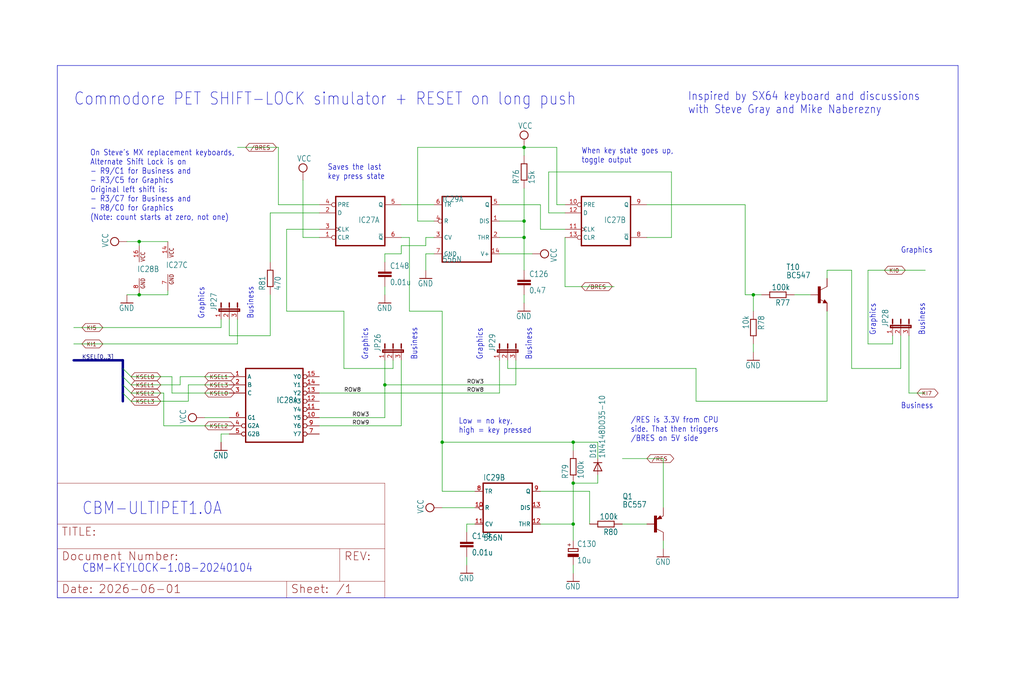
<source format=kicad_sch>
(kicad_sch (version 20230121) (generator eeschema)
  (paper "User" 317.652 210.007)
  (lib_symbols
    (symbol "cbm_ultipet_v1-eagle-import:1N4148DO35-10"
      (property "Reference" "D" (at 2.54 0.4826 0))
      (symbol "1N4148DO35-10_1_0"
        (polyline (pts (xy -1.27 -1.27) (xy 1.27 0)) (stroke (width 0.254)))
        (polyline (pts (xy -1.27 1.27) (xy -1.27 -1.27)) (stroke (width 0.254)))
        (polyline (pts (xy 1.27 0) (xy -1.27 1.27)) (stroke (width 0.254)))
        (polyline (pts (xy 1.27 0) (xy 1.27 -1.27)) (stroke (width 0.254)))
        (polyline (pts (xy 1.27 1.27) (xy 1.27 0)) (stroke (width 0.254)))
        (pin passive line (at -2.54 0 0) (length 2.54) (name "A") (number "A"))
        (pin passive line (at 2.54 0 180) (length 2.54) (name "C") (number "C"))
      )
    )
    (symbol "cbm_ultipet_v1-eagle-import:556N"
      (property "Reference" "IC" (at -7.62 8.382 0))
      (symbol "556N_1_0"
        (polyline (pts (xy -7.62 -10.16) (xy 7.62 -10.16)) (stroke (width 0.4064)))
        (polyline (pts (xy -7.62 10.16) (xy -7.62 -10.16)) (stroke (width 0.4064)))
        (polyline (pts (xy 7.62 -10.16) (xy 7.62 10.16)) (stroke (width 0.4064)))
        (polyline (pts (xy 7.62 10.16) (xy -7.62 10.16)) (stroke (width 0.4064)))
        (pin input line (at 10.16 2.54 180) (length 2.54) (name "DIS") (number "1"))
        (pin power_in line (at 10.16 -7.62 180) (length 2.54) (name "V+") (number "14"))
        (pin input line (at 10.16 -2.54 180) (length 2.54) (name "THR") (number "2"))
        (pin input line (at -10.16 -2.54 0) (length 2.54) (name "CV") (number "3"))
        (pin input inverted (at -10.16 2.54 0) (length 2.54) (name "R") (number "4"))
        (pin output line (at 10.16 7.62 180) (length 2.54) (name "Q") (number "5"))
        (pin input line (at -10.16 7.62 0) (length 2.54) (name "TR") (number "6"))
        (pin power_in line (at -10.16 -7.62 0) (length 2.54) (name "GND") (number "7"))
      )
      (symbol "556N_2_0"
        (polyline (pts (xy -7.62 -7.62) (xy 7.62 -7.62)) (stroke (width 0.4064)))
        (polyline (pts (xy -7.62 7.62) (xy -7.62 -7.62)) (stroke (width 0.4064)))
        (polyline (pts (xy 7.62 -7.62) (xy 7.62 7.62)) (stroke (width 0.4064)))
        (polyline (pts (xy 7.62 7.62) (xy -7.62 7.62)) (stroke (width 0.4064)))
        (pin input inverted (at -10.16 0 0) (length 2.54) (name "R") (number "10"))
        (pin input line (at -10.16 -5.08 0) (length 2.54) (name "CV") (number "11"))
        (pin input line (at 10.16 -5.08 180) (length 2.54) (name "THR") (number "12"))
        (pin input line (at 10.16 0 180) (length 2.54) (name "DIS") (number "13"))
        (pin input line (at -10.16 5.08 0) (length 2.54) (name "TR") (number "8"))
        (pin output line (at 10.16 5.08 180) (length 2.54) (name "Q") (number "9"))
      )
    )
    (symbol "cbm_ultipet_v1-eagle-import:74138N"
      (property "Reference" "IC" (at -0.635 -0.635 0))
      (symbol "74138N_1_0"
        (polyline (pts (xy -10.16 -12.7) (xy 7.62 -12.7)) (stroke (width 0.4064)))
        (polyline (pts (xy -10.16 10.16) (xy -10.16 -12.7)) (stroke (width 0.4064)))
        (polyline (pts (xy 7.62 -12.7) (xy 7.62 10.16)) (stroke (width 0.4064)))
        (polyline (pts (xy 7.62 10.16) (xy -10.16 10.16)) (stroke (width 0.4064)))
        (pin input line (at -15.24 7.62 0) (length 5.08) (name "A") (number "1"))
        (pin output inverted (at 12.7 -5.08 180) (length 5.08) (name "Y5") (number "10"))
        (pin output inverted (at 12.7 -2.54 180) (length 5.08) (name "Y4") (number "11"))
        (pin output inverted (at 12.7 0 180) (length 5.08) (name "Y3") (number "12"))
        (pin output inverted (at 12.7 2.54 180) (length 5.08) (name "Y2") (number "13"))
        (pin output inverted (at 12.7 5.08 180) (length 5.08) (name "Y1") (number "14"))
        (pin output inverted (at 12.7 7.62 180) (length 5.08) (name "Y0") (number "15"))
        (pin input line (at -15.24 5.08 0) (length 5.08) (name "B") (number "2"))
        (pin input line (at -15.24 2.54 0) (length 5.08) (name "C") (number "3"))
        (pin input inverted (at -15.24 -7.62 0) (length 5.08) (name "G2A") (number "4"))
        (pin input inverted (at -15.24 -10.16 0) (length 5.08) (name "G2B") (number "5"))
        (pin input line (at -15.24 -5.08 0) (length 5.08) (name "G1") (number "6"))
        (pin output inverted (at 12.7 -10.16 180) (length 5.08) (name "Y7") (number "7"))
        (pin output inverted (at 12.7 -7.62 180) (length 5.08) (name "Y6") (number "9"))
      )
      (symbol "74138N_2_0"
        (text "GND" (at 1.905 -5.842 900) (effects (font (size 1.27 1.0795)) (justify left bottom)))
        (text "VCC" (at 1.905 2.54 900) (effects (font (size 1.27 1.0795)) (justify left bottom)))
        (pin power_in line (at 0 7.62 270) (length 5.08) (name "VCC") (number "16"))
        (pin power_in line (at 0 -7.62 90) (length 5.08) (name "GND") (number "8"))
      )
    )
    (symbol "cbm_ultipet_v1-eagle-import:7474N"
      (property "Reference" "IC" (at -0.635 -0.635 0))
      (symbol "7474N_1_0"
        (polyline (pts (xy -7.62 -7.62) (xy 7.62 -7.62)) (stroke (width 0.4064)))
        (polyline (pts (xy -7.62 7.62) (xy -7.62 -7.62)) (stroke (width 0.4064)))
        (polyline (pts (xy 7.62 -7.62) (xy 7.62 7.62)) (stroke (width 0.4064)))
        (polyline (pts (xy 7.62 7.62) (xy -7.62 7.62)) (stroke (width 0.4064)))
        (pin input inverted (at -12.7 -5.08 0) (length 5.08) (name "CLR") (number "1"))
        (pin input line (at -12.7 2.54 0) (length 5.08) (name "D") (number "2"))
        (pin input clock (at -12.7 -2.54 0) (length 5.08) (name "CLK") (number "3"))
        (pin input inverted (at -12.7 5.08 0) (length 5.08) (name "PRE") (number "4"))
        (pin output line (at 12.7 5.08 180) (length 5.08) (name "Q") (number "5"))
        (pin output line (at 12.7 -5.08 180) (length 5.08) (name "~{Q}") (number "6"))
      )
      (symbol "7474N_2_0"
        (polyline (pts (xy -7.62 -7.62) (xy 7.62 -7.62)) (stroke (width 0.4064)))
        (polyline (pts (xy -7.62 7.62) (xy -7.62 -7.62)) (stroke (width 0.4064)))
        (polyline (pts (xy 7.62 -7.62) (xy 7.62 7.62)) (stroke (width 0.4064)))
        (polyline (pts (xy 7.62 7.62) (xy -7.62 7.62)) (stroke (width 0.4064)))
        (pin input inverted (at -12.7 5.08 0) (length 5.08) (name "PRE") (number "10"))
        (pin input clock (at -12.7 -2.54 0) (length 5.08) (name "CLK") (number "11"))
        (pin input line (at -12.7 2.54 0) (length 5.08) (name "D") (number "12"))
        (pin input inverted (at -12.7 -5.08 0) (length 5.08) (name "CLR") (number "13"))
        (pin output line (at 12.7 -5.08 180) (length 5.08) (name "~{Q}") (number "8"))
        (pin output line (at 12.7 5.08 180) (length 5.08) (name "Q") (number "9"))
      )
      (symbol "7474N_3_0"
        (text "GND" (at 1.905 -5.842 900) (effects (font (size 1.27 1.0795)) (justify left bottom)))
        (text "VCC" (at 1.905 2.54 900) (effects (font (size 1.27 1.0795)) (justify left bottom)))
        (pin power_in line (at 0 7.62 270) (length 5.08) (name "VCC") (number "14"))
        (pin power_in line (at 0 -7.62 90) (length 5.08) (name "GND") (number "7"))
      )
    )
    (symbol "cbm_ultipet_v1-eagle-import:BC547"
      (property "Reference" "T" (at -10.16 7.62 0))
      (symbol "BC547_1_0"
        (rectangle (start -0.254 -2.54) (end 0.508 2.54) (fill (type outline)))
        (polyline (pts (xy 1.27 -2.54) (xy 1.778 -1.524)) (stroke (width 0.1524)))
        (polyline (pts (xy 1.524 -2.413) (xy 2.286 -2.413)) (stroke (width 0.254)))
        (polyline (pts (xy 1.524 -2.286) (xy 1.905 -2.286)) (stroke (width 0.254)))
        (polyline (pts (xy 1.54 -2.04) (xy 0.308 -1.424)) (stroke (width 0.1524)))
        (polyline (pts (xy 1.778 -1.778) (xy 1.524 -2.286)) (stroke (width 0.254)))
        (polyline (pts (xy 1.778 -1.524) (xy 2.54 -2.54)) (stroke (width 0.1524)))
        (polyline (pts (xy 1.905 -2.286) (xy 1.778 -2.032)) (stroke (width 0.254)))
        (polyline (pts (xy 2.286 -2.413) (xy 1.778 -1.778)) (stroke (width 0.254)))
        (polyline (pts (xy 2.54 -2.54) (xy 1.27 -2.54)) (stroke (width 0.1524)))
        (polyline (pts (xy 2.54 2.54) (xy 0.508 1.524)) (stroke (width 0.1524)))
        (pin passive line (at 2.54 -5.08 90) (length 2.54) (name "E") (number "1"))
        (pin passive line (at -2.54 0 0) (length 2.54) (name "B") (number "2"))
        (pin passive line (at 2.54 5.08 270) (length 2.54) (name "C") (number "3"))
      )
    )
    (symbol "cbm_ultipet_v1-eagle-import:BC557"
      (property "Reference" "Q" (at -10.16 7.62 0))
      (symbol "BC557_1_0"
        (rectangle (start -0.254 -2.54) (end 0.508 2.54) (fill (type outline)))
        (polyline (pts (xy 0.516 1.478) (xy 2.086 1.678)) (stroke (width 0.1524)))
        (polyline (pts (xy 0.762 1.651) (xy 1.778 1.778)) (stroke (width 0.254)))
        (polyline (pts (xy 1.143 1.905) (xy 1.524 1.905)) (stroke (width 0.254)))
        (polyline (pts (xy 1.524 2.159) (xy 1.143 1.905)) (stroke (width 0.254)))
        (polyline (pts (xy 1.524 2.413) (xy 0.762 1.651)) (stroke (width 0.254)))
        (polyline (pts (xy 1.578 2.594) (xy 0.516 1.478)) (stroke (width 0.1524)))
        (polyline (pts (xy 1.778 1.778) (xy 1.524 2.159)) (stroke (width 0.254)))
        (polyline (pts (xy 1.905 1.778) (xy 1.524 2.413)) (stroke (width 0.254)))
        (polyline (pts (xy 2.086 1.678) (xy 1.578 2.594)) (stroke (width 0.1524)))
        (polyline (pts (xy 2.54 -2.54) (xy 0.508 -1.524)) (stroke (width 0.1524)))
        (polyline (pts (xy 2.54 2.54) (xy 1.808 2.124)) (stroke (width 0.1524)))
        (pin passive line (at 2.54 5.08 270) (length 2.54) (name "E") (number "1"))
        (pin passive line (at -2.54 0 0) (length 2.54) (name "B") (number "2"))
        (pin passive line (at 2.54 -5.08 90) (length 2.54) (name "C") (number "3"))
      )
    )
    (symbol "cbm_ultipet_v1-eagle-import:C-EU025-024X044"
      (property "Reference" "C" (at 1.524 0.381 0))
      (symbol "C-EU025-024X044_1_0"
        (rectangle (start -2.032 -2.032) (end 2.032 -1.524) (fill (type outline)))
        (rectangle (start -2.032 -1.016) (end 2.032 -0.508) (fill (type outline)))
        (polyline (pts (xy 0 -2.54) (xy 0 -2.032)) (stroke (width 0.1524)))
        (polyline (pts (xy 0 0) (xy 0 -0.508)) (stroke (width 0.1524)))
        (pin passive line (at 0 2.54 270) (length 2.54) (name "1") (number "1"))
        (pin passive line (at 0 -5.08 90) (length 2.54) (name "2") (number "2"))
      )
    )
    (symbol "cbm_ultipet_v1-eagle-import:C-EU025-025X050"
      (property "Reference" "C" (at 1.524 0.381 0))
      (symbol "C-EU025-025X050_1_0"
        (rectangle (start -2.032 -2.032) (end 2.032 -1.524) (fill (type outline)))
        (rectangle (start -2.032 -1.016) (end 2.032 -0.508) (fill (type outline)))
        (polyline (pts (xy 0 -2.54) (xy 0 -2.032)) (stroke (width 0.1524)))
        (polyline (pts (xy 0 0) (xy 0 -0.508)) (stroke (width 0.1524)))
        (pin passive line (at 0 2.54 270) (length 2.54) (name "1") (number "1"))
        (pin passive line (at 0 -5.08 90) (length 2.54) (name "2") (number "2"))
      )
    )
    (symbol "cbm_ultipet_v1-eagle-import:CPOL-EUE2-4"
      (property "Reference" "C" (at 1.143 0.4826 0))
      (symbol "CPOL-EUE2-4_1_0"
        (rectangle (start -1.651 -2.54) (end 1.651 -1.651) (fill (type outline)))
        (polyline (pts (xy -1.524 -0.889) (xy 1.524 -0.889)) (stroke (width 0.254)))
        (polyline (pts (xy -1.524 0) (xy -1.524 -0.889)) (stroke (width 0.254)))
        (polyline (pts (xy -1.524 0) (xy 1.524 0)) (stroke (width 0.254)))
        (polyline (pts (xy 1.524 -0.889) (xy 1.524 0)) (stroke (width 0.254)))
        (text "+" (at -0.5842 0.4064 900) (effects (font (size 1.27 1.0795)) (justify left bottom)))
        (pin passive line (at 0 2.54 270) (length 2.54) (name "+") (number "+"))
        (pin passive line (at 0 -5.08 90) (length 2.54) (name "-") (number "-"))
      )
    )
    (symbol "cbm_ultipet_v1-eagle-import:DOCFIELD"
      (symbol "DOCFIELD_1_0"
        (polyline (pts (xy 0 0) (xy 0 5.08)) (stroke (width 0.1016)))
        (polyline (pts (xy 0 0) (xy 71.12 0)) (stroke (width 0.1016)))
        (polyline (pts (xy 0 5.08) (xy 0 15.24)) (stroke (width 0.1016)))
        (polyline (pts (xy 0 5.08) (xy 71.12 5.08)) (stroke (width 0.1016)))
        (polyline (pts (xy 0 15.24) (xy 0 22.86)) (stroke (width 0.1016)))
        (polyline (pts (xy 0 22.86) (xy 0 35.56)) (stroke (width 0.1016)))
        (polyline (pts (xy 0 22.86) (xy 101.6 22.86)) (stroke (width 0.1016)))
        (polyline (pts (xy 71.12 0) (xy 101.6 0)) (stroke (width 0.1016)))
        (polyline (pts (xy 71.12 5.08) (xy 71.12 0)) (stroke (width 0.1016)))
        (polyline (pts (xy 71.12 5.08) (xy 87.63 5.08)) (stroke (width 0.1016)))
        (polyline (pts (xy 87.63 5.08) (xy 101.6 5.08)) (stroke (width 0.1016)))
        (polyline (pts (xy 87.63 15.24) (xy 0 15.24)) (stroke (width 0.1016)))
        (polyline (pts (xy 87.63 15.24) (xy 87.63 5.08)) (stroke (width 0.1016)))
        (polyline (pts (xy 101.6 5.08) (xy 101.6 0)) (stroke (width 0.1016)))
        (polyline (pts (xy 101.6 15.24) (xy 87.63 15.24)) (stroke (width 0.1016)))
        (polyline (pts (xy 101.6 15.24) (xy 101.6 5.08)) (stroke (width 0.1016)))
        (polyline (pts (xy 101.6 22.86) (xy 101.6 15.24)) (stroke (width 0.1016)))
        (polyline (pts (xy 101.6 35.56) (xy 0 35.56)) (stroke (width 0.1016)))
        (polyline (pts (xy 101.6 35.56) (xy 101.6 22.86)) (stroke (width 0.1016)))
        (text "${#}/${##}" (at 86.36 1.27 0) (effects (font (size 2.54 2.54)) (justify left bottom)))
        (text "${CURRENT_DATE}" (at 12.7 1.27 0) (effects (font (size 2.54 2.54)) (justify left bottom)))
        (text "${PROJECTNAME}" (at 17.78 19.05 0) (effects (font (size 2.54 2.54)) (justify left bottom)))
        (text "Date:" (at 1.27 1.27 0) (effects (font (size 2.54 2.54)) (justify left bottom)))
        (text "Document Number:" (at 1.27 11.43 0) (effects (font (size 2.54 2.54)) (justify left bottom)))
        (text "REV:" (at 88.9 11.43 0) (effects (font (size 2.54 2.54)) (justify left bottom)))
        (text "Sheet:" (at 72.39 1.27 0) (effects (font (size 2.54 2.54)) (justify left bottom)))
        (text "TITLE:" (at 1.27 19.05 0) (effects (font (size 2.54 2.54)) (justify left bottom)))
      )
    )
    (symbol "cbm_ultipet_v1-eagle-import:GND" (power)
      (property "Value" "GND" (at -2.54 -2.54 0))
      (symbol "GND_1_0"
        (polyline (pts (xy -1.905 0) (xy 1.905 0)) (stroke (width 0.254)))
        (pin power_in line (at 0 2.54 270) (length 2.54) (name "GND") (number "1"))
      )
    )
    (symbol "cbm_ultipet_v1-eagle-import:JP2E"
      (property "Reference" "JP" (at -3.81 0 90))
      (symbol "JP2E_1_0"
        (polyline (pts (xy -3.175 0) (xy 3.175 0)) (stroke (width 0.4064)))
        (polyline (pts (xy -3.175 0.635) (xy -3.175 0)) (stroke (width 0.4064)))
        (polyline (pts (xy -2.54 0) (xy -2.54 1.27)) (stroke (width 0.1524)))
        (polyline (pts (xy -2.54 2.54) (xy -2.54 1.27)) (stroke (width 0.4064)))
        (polyline (pts (xy 0 0) (xy 0 1.27)) (stroke (width 0.1524)))
        (polyline (pts (xy 0 2.54) (xy 0 1.27)) (stroke (width 0.4064)))
        (polyline (pts (xy 2.54 0) (xy 2.54 1.27)) (stroke (width 0.1524)))
        (polyline (pts (xy 2.54 2.54) (xy 2.54 1.27)) (stroke (width 0.4064)))
        (polyline (pts (xy 3.175 0) (xy 3.175 0.635)) (stroke (width 0.4064)))
        (polyline (pts (xy 3.175 0.635) (xy -3.175 0.635)) (stroke (width 0.4064)))
        (pin passive line (at -2.54 -2.54 90) (length 2.54) (name "1") (number "1"))
        (pin passive line (at 0 -2.54 90) (length 2.54) (name "2") (number "2"))
        (pin passive line (at 2.54 -2.54 90) (length 2.54) (name "3") (number "3"))
      )
    )
    (symbol "cbm_ultipet_v1-eagle-import:R-EU_0207/7"
      (property "Reference" "R" (at -3.81 1.4986 0))
      (symbol "R-EU_0207/7_1_0"
        (polyline (pts (xy -2.54 -0.889) (xy -2.54 0.889)) (stroke (width 0.254)))
        (polyline (pts (xy -2.54 -0.889) (xy 2.54 -0.889)) (stroke (width 0.254)))
        (polyline (pts (xy 2.54 -0.889) (xy 2.54 0.889)) (stroke (width 0.254)))
        (polyline (pts (xy 2.54 0.889) (xy -2.54 0.889)) (stroke (width 0.254)))
        (pin passive line (at -5.08 0 0) (length 2.54) (name "1") (number "1"))
        (pin passive line (at 5.08 0 180) (length 2.54) (name "2") (number "2"))
      )
    )
    (symbol "cbm_ultipet_v1-eagle-import:VCC" (power)
      (property "Value" "VCC" (at -1.905 3.175 0))
      (symbol "VCC_1_0"
        (circle (center 0 1.27) (radius 1.27) (stroke (width 0.254)))
        (pin power_in line (at 0 -2.54 90) (length 2.54) (name "VCC") (number "1"))
      )
    )
  )
  (junction (at 43.18 91.44))
  (junction (at 177.8 137.16))
  (junction (at 162.56 73.66))
  (junction (at 233.68 91.44))
  (junction (at 162.56 68.58))
  (junction (at 162.56 45.72))
  (junction (at 137.16 137.16))
  (junction (at 177.8 149.86))
  (junction (at 177.8 162.56))
  (junction (at 119.38 119.38))
  (junction (at 43.18 74.93))
  (bus_entry (at 40.64 116.84) (size -2.54 -2.54))
  (bus_entry (at 40.64 119.38) (size -2.54 -2.54))
  (bus_entry (at 40.64 124.46) (size -2.54 -2.54))
  (bus_entry (at 40.64 121.92) (size -2.54 -2.54))
  (wire (pts (xy 127 73.66) (xy 127 96.52)) (stroke (width 0.1524)))
  (wire (pts (xy 175.26 73.66) (xy 175.26 88.9)) (stroke (width 0.1524)))
  (wire (pts (xy 205.74 157.48) (xy 205.74 142.24)) (stroke (width 0.1524)))
  (wire (pts (xy 208.28 53.34) (xy 170.18 53.34)) (stroke (width 0.1524)))
  (polyline (pts (xy 17.78 185.42) (xy 297.18 185.42)) (stroke (width 0.1524) (type solid)))
  (polyline (pts (xy 17.78 20.32) (xy 17.78 185.42)) (stroke (width 0.1524) (type solid)))
  (wire (pts (xy 121.92 114.3) (xy 106.68 114.3)) (stroke (width 0.1524)))
  (wire (pts (xy 162.56 73.66) (xy 162.56 83.82)) (stroke (width 0.1524)))
  (wire (pts (xy 167.64 162.56) (xy 177.8 162.56)) (stroke (width 0.1524)))
  (wire (pts (xy 137.16 96.52) (xy 137.16 137.16)) (stroke (width 0.1524)))
  (wire (pts (xy 162.56 68.58) (xy 162.56 73.66)) (stroke (width 0.1524)))
  (wire (pts (xy 236.22 91.44) (xy 233.68 91.44)) (stroke (width 0.1524)))
  (wire (pts (xy 53.34 116.84) (xy 40.64 116.84)) (stroke (width 0.1524)))
  (wire (pts (xy 71.12 99.06) (xy 71.12 104.14)) (stroke (width 0.1524)))
  (wire (pts (xy 99.06 63.5) (xy 86.36 63.5)) (stroke (width 0.1524)))
  (wire (pts (xy 83.82 66.04) (xy 99.06 66.04)) (stroke (width 0.1524)))
  (wire (pts (xy 71.12 134.62) (xy 68.58 134.62)) (stroke (width 0.1524)))
  (wire (pts (xy 200.66 63.5) (xy 231.14 63.5)) (stroke (width 0.1524)))
  (wire (pts (xy 55.88 116.84) (xy 71.12 116.84)) (stroke (width 0.1524)))
  (wire (pts (xy 99.06 73.66) (xy 93.98 73.66)) (stroke (width 0.1524)))
  (bus (pts (xy 38.1 119.38) (xy 38.1 121.92)) (stroke (width 0.762)))
  (wire (pts (xy 124.46 78.74) (xy 119.38 78.74)) (stroke (width 0.1524)))
  (wire (pts (xy 256.54 124.46) (xy 256.54 96.52)) (stroke (width 0.1524)))
  (wire (pts (xy 39.37 74.93) (xy 43.18 74.93)))
  (wire (pts (xy 233.68 91.44) (xy 231.14 91.44)) (stroke (width 0.1524)))
  (wire (pts (xy 246.38 91.44) (xy 251.46 91.44)) (stroke (width 0.1524)))
  (wire (pts (xy 276.86 106.68) (xy 269.24 106.68)) (stroke (width 0.1524)))
  (wire (pts (xy 154.94 78.74) (xy 165.1 78.74)) (stroke (width 0.1524)))
  (wire (pts (xy 154.94 63.5) (xy 167.64 63.5)) (stroke (width 0.1524)))
  (wire (pts (xy 172.72 45.72) (xy 172.72 63.5)) (stroke (width 0.1524)))
  (wire (pts (xy 162.56 45.72) (xy 162.56 48.26)) (stroke (width 0.1524)))
  (wire (pts (xy 137.16 137.16) (xy 177.8 137.16)) (stroke (width 0.1524)))
  (wire (pts (xy 137.16 157.48) (xy 147.32 157.48)) (stroke (width 0.1524)))
  (wire (pts (xy 88.9 71.12) (xy 99.06 71.12)) (stroke (width 0.1524)))
  (wire (pts (xy 132.08 73.66) (xy 132.08 76.2)) (stroke (width 0.1524)))
  (wire (pts (xy 170.18 53.34) (xy 170.18 66.04)) (stroke (width 0.1524)))
  (wire (pts (xy 137.16 137.16) (xy 137.16 152.4)) (stroke (width 0.1524)))
  (wire (pts (xy 147.32 162.56) (xy 144.78 162.56)) (stroke (width 0.1524)))
  (wire (pts (xy 68.58 101.6) (xy 68.58 99.06)) (stroke (width 0.1524)))
  (wire (pts (xy 144.78 175.26) (xy 144.78 172.72)) (stroke (width 0.1524)))
  (wire (pts (xy 132.08 78.74) (xy 132.08 83.82)) (stroke (width 0.1524)))
  (wire (pts (xy 119.38 88.9) (xy 119.38 91.44)) (stroke (width 0.1524)))
  (wire (pts (xy 63.5 129.54) (xy 71.12 129.54)) (stroke (width 0.1524)))
  (wire (pts (xy 86.36 63.5) (xy 86.36 45.72)) (stroke (width 0.1524)))
  (wire (pts (xy 177.8 167.64) (xy 177.8 162.56)) (stroke (width 0.1524)))
  (wire (pts (xy 200.66 73.66) (xy 208.28 73.66)) (stroke (width 0.1524)))
  (wire (pts (xy 68.58 134.62) (xy 68.58 137.16)) (stroke (width 0.1524)))
  (wire (pts (xy 52.07 91.44) (xy 52.07 90.17)))
  (wire (pts (xy 71.12 121.92) (xy 53.34 121.92)) (stroke (width 0.1524)))
  (bus (pts (xy 38.1 121.92) (xy 38.1 124.46)) (stroke (width 0.762)))
  (wire (pts (xy 55.88 119.38) (xy 40.64 119.38)) (stroke (width 0.1524)))
  (wire (pts (xy 124.46 132.08) (xy 124.46 111.76)) (stroke (width 0.1524)))
  (wire (pts (xy 127 96.52) (xy 137.16 96.52)) (stroke (width 0.1524)))
  (wire (pts (xy 22.86 101.6) (xy 68.58 101.6)) (stroke (width 0.1524)))
  (wire (pts (xy 256.54 86.36) (xy 256.54 83.82)) (stroke (width 0.1524)))
  (wire (pts (xy 162.56 45.72) (xy 172.72 45.72)) (stroke (width 0.1524)))
  (wire (pts (xy 162.56 58.42) (xy 162.56 68.58)) (stroke (width 0.1524)))
  (wire (pts (xy 121.92 111.76) (xy 121.92 114.3)) (stroke (width 0.1524)))
  (wire (pts (xy 281.94 121.92) (xy 287.02 121.92)) (stroke (width 0.1524)))
  (polyline (pts (xy 297.18 185.42) (xy 297.18 20.32)) (stroke (width 0.1524) (type solid)))
  (wire (pts (xy 129.54 68.58) (xy 129.54 45.72)) (stroke (width 0.1524)))
  (bus (pts (xy 38.1 111.76) (xy 38.1 114.3)) (stroke (width 0.762)))
  (wire (pts (xy 144.78 162.56) (xy 144.78 165.1)) (stroke (width 0.1524)))
  (wire (pts (xy 106.68 114.3) (xy 106.68 96.52)) (stroke (width 0.1524)))
  (wire (pts (xy 106.68 96.52) (xy 88.9 96.52)) (stroke (width 0.1524)))
  (wire (pts (xy 119.38 78.74) (xy 119.38 81.28)) (stroke (width 0.1524)))
  (wire (pts (xy 231.14 91.44) (xy 231.14 63.5)) (stroke (width 0.1524)))
  (wire (pts (xy 276.86 104.14) (xy 276.86 106.68)) (stroke (width 0.1524)))
  (bus (pts (xy 38.1 116.84) (xy 38.1 119.38)) (stroke (width 0.762)))
  (wire (pts (xy 157.48 111.76) (xy 157.48 114.3)) (stroke (width 0.1524)))
  (wire (pts (xy 264.16 114.3) (xy 279.4 114.3)) (stroke (width 0.1524)))
  (wire (pts (xy 22.86 106.68) (xy 73.66 106.68)) (stroke (width 0.1524)))
  (wire (pts (xy 167.64 63.5) (xy 167.64 71.12)) (stroke (width 0.1524)))
  (wire (pts (xy 124.46 63.5) (xy 134.62 63.5)) (stroke (width 0.1524)))
  (bus (pts (xy 22.86 111.76) (xy 38.1 111.76)) (stroke (width 0.762)))
  (wire (pts (xy 119.38 119.38) (xy 160.02 119.38)) (stroke (width 0.1524)))
  (wire (pts (xy 73.66 106.68) (xy 73.66 99.06)) (stroke (width 0.1524)))
  (wire (pts (xy 58.42 124.46) (xy 58.42 119.38)) (stroke (width 0.1524)))
  (wire (pts (xy 134.62 73.66) (xy 132.08 73.66)) (stroke (width 0.1524)))
  (wire (pts (xy 99.06 132.08) (xy 124.46 132.08)) (stroke (width 0.1524)))
  (wire (pts (xy 43.18 91.44) (xy 52.07 91.44)))
  (wire (pts (xy 177.8 137.16) (xy 177.8 139.7)) (stroke (width 0.1524)))
  (wire (pts (xy 269.24 83.82) (xy 287.02 83.82)) (stroke (width 0.1524)))
  (bus (pts (xy 38.1 114.3) (xy 38.1 116.84)) (stroke (width 0.762)))
  (wire (pts (xy 99.06 129.54) (xy 119.38 129.54)) (stroke (width 0.1524)))
  (wire (pts (xy 233.68 106.68) (xy 233.68 109.22)) (stroke (width 0.1524)))
  (wire (pts (xy 58.42 119.38) (xy 71.12 119.38)) (stroke (width 0.1524)))
  (wire (pts (xy 58.42 124.46) (xy 40.64 124.46)) (stroke (width 0.1524)))
  (wire (pts (xy 132.08 76.2) (xy 124.46 76.2)) (stroke (width 0.1524)))
  (wire (pts (xy 157.48 114.3) (xy 215.9 114.3)) (stroke (width 0.1524)))
  (wire (pts (xy 55.88 119.38) (xy 55.88 116.84)) (stroke (width 0.1524)))
  (wire (pts (xy 50.8 121.92) (xy 50.8 132.08)) (stroke (width 0.1524)))
  (wire (pts (xy 160.02 119.38) (xy 160.02 111.76)) (stroke (width 0.1524)))
  (wire (pts (xy 177.8 177.8) (xy 177.8 175.26)) (stroke (width 0.1524)))
  (wire (pts (xy 269.24 106.68) (xy 269.24 83.82)) (stroke (width 0.1524)))
  (wire (pts (xy 119.38 119.38) (xy 119.38 111.76)) (stroke (width 0.1524)))
  (wire (pts (xy 83.82 104.14) (xy 83.82 91.44)) (stroke (width 0.1524)))
  (wire (pts (xy 39.37 91.44) (xy 43.18 91.44)))
  (wire (pts (xy 172.72 63.5) (xy 175.26 63.5)) (stroke (width 0.1524)))
  (wire (pts (xy 43.18 74.93) (xy 43.18 76.2)))
  (wire (pts (xy 215.9 124.46) (xy 256.54 124.46)) (stroke (width 0.1524)))
  (wire (pts (xy 279.4 114.3) (xy 279.4 104.14)) (stroke (width 0.1524)))
  (wire (pts (xy 134.62 68.58) (xy 129.54 68.58)) (stroke (width 0.1524)))
  (wire (pts (xy 162.56 91.44) (xy 162.56 93.98)) (stroke (width 0.1524)))
  (wire (pts (xy 256.54 83.82) (xy 264.16 83.82)) (stroke (width 0.1524)))
  (wire (pts (xy 233.68 91.44) (xy 233.68 96.52)) (stroke (width 0.1524)))
  (polyline (pts (xy 297.18 20.32) (xy 17.78 20.32)) (stroke (width 0.1524) (type solid)))
  (wire (pts (xy 83.82 81.28) (xy 83.82 66.04)) (stroke (width 0.1524)))
  (wire (pts (xy 205.74 142.24) (xy 193.04 142.24)) (stroke (width 0.1524)))
  (wire (pts (xy 167.64 71.12) (xy 175.26 71.12)) (stroke (width 0.1524)))
  (wire (pts (xy 86.36 45.72) (xy 73.66 45.72)) (stroke (width 0.1524)))
  (wire (pts (xy 177.8 137.16) (xy 185.42 137.16)) (stroke (width 0.1524)))
  (wire (pts (xy 154.94 121.92) (xy 154.94 111.76)) (stroke (width 0.1524)))
  (wire (pts (xy 193.04 162.56) (xy 200.66 162.56)) (stroke (width 0.1524)))
  (wire (pts (xy 134.62 78.74) (xy 132.08 78.74)) (stroke (width 0.1524)))
  (wire (pts (xy 185.42 137.16) (xy 185.42 142.24)) (stroke (width 0.1524)))
  (wire (pts (xy 43.18 74.93) (xy 52.07 74.93)))
  (wire (pts (xy 264.16 83.82) (xy 264.16 114.3)) (stroke (width 0.1524)))
  (wire (pts (xy 170.18 66.04) (xy 175.26 66.04)) (stroke (width 0.1524)))
  (wire (pts (xy 182.88 152.4) (xy 182.88 162.56)) (stroke (width 0.1524)))
  (wire (pts (xy 215.9 114.3) (xy 215.9 124.46)) (stroke (width 0.1524)))
  (wire (pts (xy 147.32 152.4) (xy 137.16 152.4)) (stroke (width 0.1524)))
  (wire (pts (xy 124.46 73.66) (xy 127 73.66)) (stroke (width 0.1524)))
  (wire (pts (xy 129.54 45.72) (xy 162.56 45.72)) (stroke (width 0.1524)))
  (wire (pts (xy 50.8 132.08) (xy 71.12 132.08)) (stroke (width 0.1524)))
  (wire (pts (xy 177.8 162.56) (xy 177.8 149.86)) (stroke (width 0.1524)))
  (wire (pts (xy 167.64 152.4) (xy 182.88 152.4)) (stroke (width 0.1524)))
  (wire (pts (xy 205.74 170.18) (xy 205.74 167.64)) (stroke (width 0.1524)))
  (wire (pts (xy 50.8 121.92) (xy 40.64 121.92)) (stroke (width 0.1524)))
  (wire (pts (xy 154.94 68.58) (xy 162.56 68.58)) (stroke (width 0.1524)))
  (wire (pts (xy 281.94 104.14) (xy 281.94 121.92)) (stroke (width 0.1524)))
  (wire (pts (xy 185.42 149.86) (xy 185.42 147.32)) (stroke (width 0.1524)))
  (wire (pts (xy 93.98 73.66) (xy 93.98 55.88)) (stroke (width 0.1524)))
  (wire (pts (xy 53.34 116.84) (xy 53.34 121.92)) (stroke (width 0.1524)))
  (wire (pts (xy 162.56 73.66) (xy 154.94 73.66)) (stroke (width 0.1524)))
  (wire (pts (xy 124.46 76.2) (xy 124.46 78.74)) (stroke (width 0.1524)))
  (wire (pts (xy 208.28 73.66) (xy 208.28 53.34)) (stroke (width 0.1524)))
  (wire (pts (xy 175.26 88.9) (xy 190.5 88.9)) (stroke (width 0.1524)))
  (wire (pts (xy 71.12 104.14) (xy 83.82 104.14)) (stroke (width 0.1524)))
  (wire (pts (xy 119.38 129.54) (xy 119.38 119.38)) (stroke (width 0.1524)))
  (wire (pts (xy 88.9 96.52) (xy 88.9 71.12)) (stroke (width 0.1524)))
  (wire (pts (xy 177.8 149.86) (xy 185.42 149.86)) (stroke (width 0.1524)))
  (wire (pts (xy 99.06 121.92) (xy 154.94 121.92)) (stroke (width 0.1524)))
  (text "Commodore PET SHIFT-LOCK simulator + RESET on long push" (at 22.86 33.02 0) (effects (font (size 3.81 3.2385)) (justify left bottom)))
  (text "CBM-ULTIPET1.0A" (at 25.4 160.02 0) (effects (font (size 3.81 3.2385)) (justify left bottom)))
  (text "Business" (at 78.74 99.06 90) (effects (font (size 1.778 1.5113)) (justify left bottom)))
  (text "Business" (at 129.54 111.76 90) (effects (font (size 1.778 1.5113)) (justify left bottom)))
  (text "Business" (at 165.1 111.76 90) (effects (font (size 1.778 1.5113)) (justify left bottom)))
  (text "Low = no key,\nhigh = key pressed" (at 142.24 134.62 0) (effects (font (size 1.778 1.5113)) (justify left bottom)))
  (text "Business" (at 287.02 104.14 90) (effects (font (size 1.778 1.5113)) (justify left bottom)))
  (text "Graphics" (at 271.78 104.14 90) (effects (font (size 1.778 1.5113)) (justify left bottom)))
  (text "/RES is 3.3V from CPU\nside. That then triggers\n/BRES on 5V side" (at 195.58 137.16 0) (effects (font (size 1.778 1.5113)) (justify left bottom)))
  (text "CBM-KEYLOCK-1.0B-20240104" (at 25.4 177.8 0) (effects (font (size 2.54 2.159)) (justify left bottom)))
  (text "Saves the last\nkey press state" (at 101.6 55.88 0) (effects (font (size 1.778 1.5113)) (justify left bottom)))
  (text "Graphics" (at 63.5 99.06 90) (effects (font (size 1.778 1.5113)) (justify left bottom)))
  (text "Graphics" (at 149.86 111.76 90) (effects (font (size 1.778 1.5113)) (justify left bottom)))
  (text "When key state goes up,\ntoggle output" (at 180.34 50.8 0) (effects (font (size 1.778 1.5113)) (justify left bottom)))
  (text "Inspired by SX64 keyboard and discussions\nwith Steve Gray and Mike Naberezny" (at 213.36 35.56 0) (effects (font (size 2.54 2.159)) (justify left bottom)))
  (text "Graphics" (at 279.4 78.74 0) (effects (font (size 1.778 1.5113)) (justify left bottom)))
  (text "On Steve's MX replacement keyboards,\nAlternate Shift Lock is on\n- R9/C1 for Business and\n- R3/C5 for Graphics\nOriginal left shift is:\n- R3/C7 for Business and\n- R8/C0 for Graphics\n(Note: count starts at zero, not one)" (at 27.94 68.58 0) (effects (font (size 1.778 1.5113)) (justify left bottom)))
  (text "Graphics" (at 114.3 111.76 90) (effects (font (size 1.778 1.5113)) (justify left bottom)))
  (text "Business" (at 279.4 127 0) (effects (font (size 1.778 1.5113)) (justify left bottom)))
  (label "ROW3" (at 144.78 119.38 0) (effects (font (size 1.2446 1.2446))))
  (label "ROW8" (at 106.68 121.92 0) (effects (font (size 1.2446 1.2446))))
  (label "ROW9" (at 109.22 132.08 0) (effects (font (size 1.2446 1.2446))))
  (label "ROW8" (at 144.78 121.92 0) (effects (font (size 1.2446 1.2446))))
  (label "ROW3" (at 109.22 129.54 0) (effects (font (size 1.2446 1.2446))))
  (label "KSEL[0..3]" (at 25.4 111.76 0) (effects (font (size 1.2446 1.2446))))
  (global_label "/RES" (shape bidirectional) (at 200.66 142.24 0) (effects (font (size 1.2446 1.2446))) (property "Intersheetrefs" "${INTERSHEET_REFS}" (effects hide)))
  (global_label "/BRES" (shape bidirectional) (at 76.2 45.72 0) (effects (font (size 1.2446 1.2446))) (property "Intersheetrefs" "${INTERSHEET_REFS}" (effects hide)))
  (global_label "KSEL1" (shape bidirectional) (at 63.5 116.84 0) (effects (font (size 1.2446 1.2446))) (property "Intersheetrefs" "${INTERSHEET_REFS}" (effects hide)))
  (global_label "KSEL0" (shape bidirectional) (at 40.64 116.84 0) (effects (font (size 1.2446 1.2446))) (property "Intersheetrefs" "${INTERSHEET_REFS}" (effects hide)))
  (global_label "KSEL3" (shape bidirectional) (at 63.5 119.38 0) (effects (font (size 1.2446 1.2446))) (property "Intersheetrefs" "${INTERSHEET_REFS}" (effects hide)))
  (global_label "KSEL1" (shape bidirectional) (at 40.64 119.38 0) (effects (font (size 1.2446 1.2446))) (property "Intersheetrefs" "${INTERSHEET_REFS}" (effects hide)))
  (global_label "KSEL0" (shape bidirectional) (at 63.5 121.92 0) (effects (font (size 1.2446 1.2446))) (property "Intersheetrefs" "${INTERSHEET_REFS}" (effects hide)))
  (global_label "KI7" (shape bidirectional) (at 284.48 121.92 0) (effects (font (size 1.2446 1.2446))) (property "Intersheetrefs" "${INTERSHEET_REFS}" (effects hide)))
  (global_label "KSEL3" (shape bidirectional) (at 40.64 124.46 0) (effects (font (size 1.2446 1.2446))) (property "Intersheetrefs" "${INTERSHEET_REFS}" (effects hide)))
  (global_label "KSEL2" (shape bidirectional) (at 63.5 132.08 0) (effects (font (size 1.2446 1.2446))) (property "Intersheetrefs" "${INTERSHEET_REFS}" (effects hide)))
  (global_label "KI5" (shape bidirectional) (at 25.4 101.6 0) (effects (font (size 1.2446 1.2446))) (property "Intersheetrefs" "${INTERSHEET_REFS}" (effects hide)))
  (global_label "KI0" (shape bidirectional) (at 274.32 83.82 0) (effects (font (size 1.2446 1.2446))) (property "Intersheetrefs" "${INTERSHEET_REFS}" (effects hide)))
  (global_label "KI1" (shape bidirectional) (at 25.4 106.68 0) (effects (font (size 1.2446 1.2446))) (property "Intersheetrefs" "${INTERSHEET_REFS}" (effects hide)))
  (global_label "/BRES" (shape bidirectional) (at 180.34 88.9 0) (effects (font (size 1.2446 1.2446))) (property "Intersheetrefs" "${INTERSHEET_REFS}" (effects hide)))
  (global_label "KSEL2" (shape bidirectional) (at 40.64 121.92 0) (effects (font (size 1.2446 1.2446))) (property "Intersheetrefs" "${INTERSHEET_REFS}" (effects hide)))
  (symbol (lib_id "cbm_ultipet_v1-eagle-import:VCC") (at 134.62 157.48 90) (unit 1)
    (property "Reference" "#SUPPLY014" (effects hide))
    (property "Value" "VCC" (at 131.445 159.385 0) (effects (font (size 1.778 1.5113)) (justify left bottom)))
  )
  (symbol (lib_id "cbm_ultipet_v1-eagle-import:GND") (at 162.56 96.52 0) (unit 1)
    (property "Reference" "#GND0112" (effects hide))
    (property "Value" "GND" (at 160.02 99.06 0) (effects (font (size 1.778 1.5113)) (justify left bottom)))
  )
  (symbol (lib_id "cbm_ultipet_v1-eagle-import:VCC") (at 167.64 78.74 270) (unit 1)
    (property "Reference" "#SUPPLY07" (effects hide))
    (property "Value" "VCC" (at 170.815 76.835 0) (effects (font (size 1.778 1.5113)) (justify left bottom)))
  )
  (symbol (lib_id "cbm_ultipet_v1-eagle-import:BC557") (at 203.2 162.56 0) (unit 1)
    (property "Reference" "Q1" (at 193.04 154.94 0) (effects (font (size 1.778 1.5113)) (justify left bottom)))
    (property "Value" "BC557" (at 193.04 157.48 0) (effects (font (size 1.778 1.5113)) (justify left bottom)))
    (property "Footprint" "cbm_ultipet_v1:TO92" (effects hide))
  )
  (symbol (lib_id "cbm_ultipet_v1-eagle-import:DOCFIELD") (at 17.78 185.42 0) (unit 1)
    (property "Reference" "#FRAME11" (effects hide))
    (property "Value" "DOCFIELD" (effects hide))
  )
  (symbol (lib_id "cbm_ultipet_v1-eagle-import:R-EU_0207/7") (at 162.56 53.34 90) (unit 1)
    (property "Reference" "R76" (at 161.0614 57.15 0) (effects (font (size 1.778 1.5113)) (justify left bottom)))
    (property "Value" "15k" (at 165.862 57.15 0) (effects (font (size 1.778 1.5113)) (justify left bottom)))
    (property "Footprint" "cbm_ultipet_v1:0207_7" (effects hide))
  )
  (symbol (lib_id "cbm_ultipet_v1-eagle-import:VCC") (at 93.98 53.34 0) (unit 1)
    (property "Reference" "#SUPPLY08" (effects hide))
    (property "Value" "VCC" (at 92.075 50.165 0) (effects (font (size 1.778 1.5113)) (justify left bottom)))
  )
  (symbol (lib_id "cbm_ultipet_v1-eagle-import:R-EU_0207/7") (at 233.68 101.6 270) (unit 1)
    (property "Reference" "R78" (at 235.1786 97.79 0) (effects (font (size 1.778 1.5113)) (justify left bottom)))
    (property "Value" "10k" (at 230.378 97.79 0) (effects (font (size 1.778 1.5113)) (justify left bottom)))
    (property "Footprint" "cbm_ultipet_v1:0207_7" (effects hide))
  )
  (symbol (lib_id "cbm_ultipet_v1-eagle-import:GND") (at 132.08 86.36 0) (unit 1)
    (property "Reference" "#GND0113" (effects hide))
    (property "Value" "GND" (at 129.54 88.9 0) (effects (font (size 1.778 1.5113)) (justify left bottom)))
  )
  (symbol (lib_id "cbm_ultipet_v1-eagle-import:BC547") (at 254 91.44 0) (unit 1)
    (property "Reference" "T10" (at 243.84 83.82 0) (effects (font (size 1.778 1.5113)) (justify left bottom)))
    (property "Value" "BC547" (at 243.84 86.36 0) (effects (font (size 1.778 1.5113)) (justify left bottom)))
    (property "Footprint" "cbm_ultipet_v1:TO92" (effects hide))
  )
  (symbol (lib_id "cbm_ultipet_v1-eagle-import:R-EU_0207/7") (at 83.82 86.36 90) (unit 1)
    (property "Reference" "R81" (at 82.3214 90.17 0) (effects (font (size 1.778 1.5113)) (justify left bottom)))
    (property "Value" "470" (at 87.122 90.17 0) (effects (font (size 1.778 1.5113)) (justify left bottom)))
    (property "Footprint" "cbm_ultipet_v1:0207_7" (effects hide))
  )
  (symbol (lib_id "cbm_ultipet_v1-eagle-import:C-EU025-024X044") (at 119.38 83.82 0) (unit 1)
    (property "Reference" "C148" (at 120.904 83.439 0) (effects (font (size 1.778 1.5113)) (justify left bottom)))
    (property "Value" "0.01u" (at 120.904 88.519 0) (effects (font (size 1.778 1.5113)) (justify left bottom)))
    (property "Footprint" "cbm_ultipet_v1:C025-024X044" (effects hide))
  )
  (symbol (lib_id "cbm_ultipet_v1-eagle-import:7474N") (at 111.76 68.58 0) (unit 1)
    (property "Reference" "IC27" (at 111.125 69.215 0) (effects (font (size 1.778 1.5113)) (justify left bottom)))
    (property "Value" "7474N" (effects hide))
    (property "Footprint" "cbm_ultipet_v1:DIL14" (effects hide))
  )
  (symbol (lib_id "cbm_ultipet_v1-eagle-import:CPOL-EUE2-4") (at 177.8 170.18 0) (unit 1)
    (property "Reference" "C130" (at 178.943 169.6974 0) (effects (font (size 1.778 1.5113)) (justify left bottom)))
    (property "Value" "10u" (at 178.943 174.7774 0) (effects (font (size 1.778 1.5113)) (justify left bottom)))
    (property "Footprint" "cbm_ultipet_v1:E2-4" (effects hide))
  )
  (symbol (lib_id "cbm_ultipet_v1-eagle-import:C-EU025-024X044") (at 144.78 167.64 0) (unit 1)
    (property "Reference" "C149" (at 146.304 167.259 0) (effects (font (size 1.778 1.5113)) (justify left bottom)))
    (property "Value" "0.01u" (at 146.304 172.339 0) (effects (font (size 1.778 1.5113)) (justify left bottom)))
    (property "Footprint" "cbm_ultipet_v1:C025-024X044" (effects hide))
  )
  (symbol (lib_id "cbm_ultipet_v1-eagle-import:JP2E") (at 279.4 101.6 0) (unit 1)
    (property "Reference" "JP28" (at 275.59 101.6 90) (effects (font (size 1.778 1.5113)) (justify left bottom)))
    (property "Value" "JP2E" (effects hide))
    (property "Footprint" "cbm_ultipet_v1:JP2" (effects hide))
  )
  (symbol (lib_id "cbm_ultipet_v1-eagle-import:VCC") (at 36.83 74.93 90) (unit 1)
    (property "Reference" "#SUPPLY012" (effects hide))
    (property "Value" "VCC" (at 33.655 76.835 0) (effects (font (size 1.778 1.5113)) (justify left bottom)))
  )
  (symbol (lib_id "cbm_ultipet_v1-eagle-import:GND") (at 144.78 177.8 0) (unit 1)
    (property "Reference" "#GND0108" (effects hide))
    (property "Value" "GND" (at 142.24 180.34 0) (effects (font (size 1.778 1.5113)) (justify left bottom)))
  )
  (symbol (lib_id "cbm_ultipet_v1-eagle-import:JP2E") (at 71.12 96.52 0) (unit 1)
    (property "Reference" "JP27" (at 67.31 96.52 90) (effects (font (size 1.778 1.5113)) (justify left bottom)))
    (property "Value" "JP2E" (effects hide))
    (property "Footprint" "cbm_ultipet_v1:JP2" (effects hide))
  )
  (symbol (lib_id "cbm_ultipet_v1-eagle-import:7474N") (at 52.07 82.55 0) (unit 3)
    (property "Reference" "IC27" (at 51.435 83.185 0) (effects (font (size 1.778 1.5113)) (justify left bottom)))
    (property "Value" "7474N" (effects hide))
    (property "Footprint" "cbm_ultipet_v1:DIL14" (effects hide))
  )
  (symbol (lib_id "cbm_ultipet_v1-eagle-import:556N") (at 157.48 157.48 0) (unit 2)
    (property "Reference" "IC29" (at 149.86 149.098 0) (effects (font (size 1.778 1.5113)) (justify left bottom)))
    (property "Value" "556N" (at 149.86 167.767 0) (effects (font (size 1.778 1.5113)) (justify left bottom)))
    (property "Footprint" "cbm_ultipet_v1:DIL14" (effects hide))
  )
  (symbol (lib_id "cbm_ultipet_v1-eagle-import:GND") (at 119.38 93.98 0) (unit 1)
    (property "Reference" "#GND0123" (effects hide))
    (property "Value" "GND" (at 116.84 96.52 0) (effects (font (size 1.778 1.5113)) (justify left bottom)))
  )
  (symbol (lib_id "cbm_ultipet_v1-eagle-import:GND") (at 177.8 180.34 0) (unit 1)
    (property "Reference" "#GND0116" (effects hide))
    (property "Value" "GND" (at 175.26 182.88 0) (effects (font (size 1.778 1.5113)) (justify left bottom)))
  )
  (symbol (lib_id "cbm_ultipet_v1-eagle-import:556N") (at 144.78 71.12 0) (unit 1)
    (property "Reference" "IC29" (at 137.16 62.738 0) (effects (font (size 1.778 1.5113)) (justify left bottom)))
    (property "Value" "556N" (at 137.16 81.407 0) (effects (font (size 1.778 1.5113)) (justify left bottom)))
    (property "Footprint" "cbm_ultipet_v1:DIL14" (effects hide))
  )
  (symbol (lib_id "cbm_ultipet_v1-eagle-import:GND") (at 68.58 139.7 0) (unit 1)
    (property "Reference" "#GND0114" (effects hide))
    (property "Value" "GND" (at 66.04 142.24 0) (effects (font (size 1.778 1.5113)) (justify left bottom)))
  )
  (symbol (lib_id "cbm_ultipet_v1-eagle-import:R-EU_0207/7") (at 187.96 162.56 180) (unit 1)
    (property "Reference" "R80" (at 191.77 164.0586 0) (effects (font (size 1.778 1.5113)) (justify left bottom)))
    (property "Value" "100k" (at 191.77 159.258 0) (effects (font (size 1.778 1.5113)) (justify left bottom)))
    (property "Footprint" "cbm_ultipet_v1:0207_7" (effects hide))
  )
  (symbol (lib_id "cbm_ultipet_v1-eagle-import:C-EU025-025X050") (at 162.56 86.36 0) (unit 1)
    (property "Reference" "C126" (at 164.084 85.979 0) (effects (font (size 1.778 1.5113)) (justify left bottom)))
    (property "Value" "0.47" (at 164.084 91.059 0) (effects (font (size 1.778 1.5113)) (justify left bottom)))
    (property "Footprint" "cbm_ultipet_v1:C025-025X050" (effects hide))
  )
  (symbol (lib_id "cbm_ultipet_v1-eagle-import:JP2E") (at 121.92 109.22 0) (unit 1)
    (property "Reference" "JP26" (at 118.11 109.22 90) (effects (font (size 1.778 1.5113)) (justify left bottom)))
    (property "Value" "JP2E" (effects hide))
    (property "Footprint" "cbm_ultipet_v1:JP2" (effects hide))
  )
  (symbol (lib_id "cbm_ultipet_v1-eagle-import:GND") (at 233.68 111.76 0) (unit 1)
    (property "Reference" "#GND0115" (effects hide))
    (property "Value" "GND" (at 231.14 114.3 0) (effects (font (size 1.778 1.5113)) (justify left bottom)))
  )
  (symbol (lib_id "cbm_ultipet_v1-eagle-import:VCC") (at 162.56 43.18 0) (unit 1)
    (property "Reference" "#SUPPLY06" (effects hide))
    (property "Value" "VCC" (at 160.655 40.005 0) (effects (font (size 1.778 1.5113)) (justify left bottom)))
  )
  (symbol (lib_id "cbm_ultipet_v1-eagle-import:74138N") (at 43.18 83.82 0) (unit 2)
    (property "Reference" "IC28" (at 42.545 84.455 0) (effects (font (size 1.778 1.5113)) (justify left bottom)))
    (property "Value" "74138N" (effects hide))
    (property "Footprint" "cbm_ultipet_v1:DIL16" (effects hide))
  )
  (symbol (lib_id "cbm_ultipet_v1-eagle-import:R-EU_0207/7") (at 177.8 144.78 90) (unit 1)
    (property "Reference" "R79" (at 176.3014 148.59 0) (effects (font (size 1.778 1.5113)) (justify left bottom)))
    (property "Value" "100k" (at 181.102 148.59 0) (effects (font (size 1.778 1.5113)) (justify left bottom)))
    (property "Footprint" "cbm_ultipet_v1:0207_7" (effects hide))
  )
  (symbol (lib_id "cbm_ultipet_v1-eagle-import:GND") (at 205.74 172.72 0) (unit 1)
    (property "Reference" "#GND0117" (effects hide))
    (property "Value" "GND" (at 203.2 175.26 0) (effects (font (size 1.778 1.5113)) (justify left bottom)))
  )
  (symbol (lib_id "cbm_ultipet_v1-eagle-import:GND") (at 39.37 93.98 0) (unit 1)
    (property "Reference" "#GND051" (effects hide))
    (property "Value" "GND" (at 36.83 96.52 0) (effects (font (size 1.778 1.5113)) (justify left bottom)))
  )
  (symbol (lib_id "cbm_ultipet_v1-eagle-import:R-EU_0207/7") (at 241.3 91.44 180) (unit 1)
    (property "Reference" "R77" (at 245.11 92.9386 0) (effects (font (size 1.778 1.5113)) (justify left bottom)))
    (property "Value" "100k" (at 245.11 88.138 0) (effects (font (size 1.778 1.5113)) (justify left bottom)))
    (property "Footprint" "cbm_ultipet_v1:0207_7" (effects hide))
  )
  (symbol (lib_id "cbm_ultipet_v1-eagle-import:1N4148DO35-10") (at 185.42 144.78 90) (unit 1)
    (property "Reference" "D18" (at 184.9374 142.24 0) (effects (font (size 1.778 1.5113)) (justify left bottom)))
    (property "Value" "1N4148DO35-10" (at 187.7314 142.24 0) (effects (font (size 1.778 1.5113)) (justify left bottom)))
    (property "Footprint" "cbm_ultipet_v1:DO35-10" (effects hide))
  )
  (symbol (lib_id "cbm_ultipet_v1-eagle-import:7474N") (at 187.96 68.58 0) (unit 2)
    (property "Reference" "IC27" (at 187.325 69.215 0) (effects (font (size 1.778 1.5113)) (justify left bottom)))
    (property "Value" "7474N" (effects hide))
    (property "Footprint" "cbm_ultipet_v1:DIL14" (effects hide))
  )
  (symbol (lib_id "cbm_ultipet_v1-eagle-import:74138N") (at 86.36 124.46 0) (unit 1)
    (property "Reference" "IC28" (at 85.725 125.095 0) (effects (font (size 1.778 1.5113)) (justify left bottom)))
    (property "Value" "74138N" (effects hide))
    (property "Footprint" "cbm_ultipet_v1:DIL16" (effects hide))
  )
  (symbol (lib_id "cbm_ultipet_v1-eagle-import:JP2E") (at 157.48 109.22 0) (unit 1)
    (property "Reference" "JP29" (at 153.67 109.22 90) (effects (font (size 1.778 1.5113)) (justify left bottom)))
    (property "Value" "JP2E" (effects hide))
    (property "Footprint" "cbm_ultipet_v1:JP2" (effects hide))
  )
  (symbol (lib_id "cbm_ultipet_v1-eagle-import:VCC") (at 60.96 129.54 90) (unit 1)
    (property "Reference" "#SUPPLY016" (effects hide))
    (property "Value" "VCC" (at 57.785 131.445 0) (effects (font (size 1.778 1.5113)) (justify left bottom)))
  )
)
</source>
